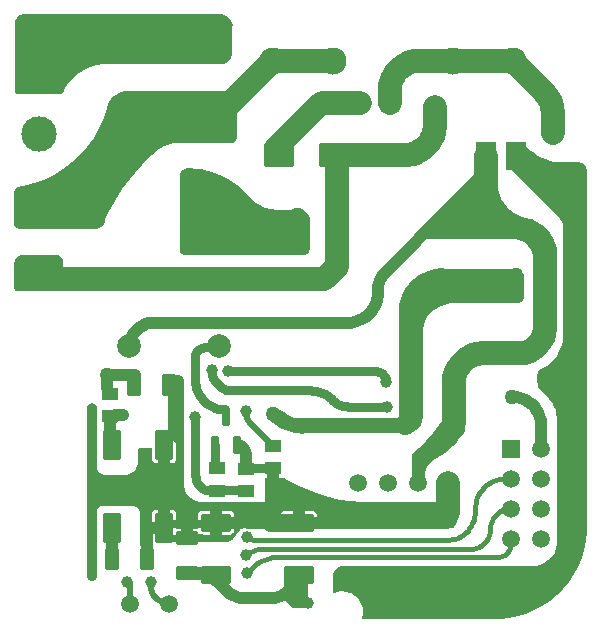
<source format=gtl>
G04 Layer_Physical_Order=1*
G04 Layer_Color=255*
%FSLAX25Y25*%
%MOIN*%
G70*
G01*
G75*
%ADD10C,0.01575*%
%ADD11C,0.03150*%
%ADD12C,0.01968*%
%ADD13C,0.03937*%
%ADD14C,0.05905*%
%ADD15C,0.07874*%
%ADD16C,0.11811*%
%ADD17C,0.05905*%
G04:AMPARAMS|DCode=18|XSize=23.62mil|YSize=57.09mil|CornerRadius=1.18mil|HoleSize=0mil|Usage=FLASHONLY|Rotation=180.000|XOffset=0mil|YOffset=0mil|HoleType=Round|Shape=RoundedRectangle|*
%AMROUNDEDRECTD18*
21,1,0.02362,0.05472,0,0,180.0*
21,1,0.02126,0.05709,0,0,180.0*
1,1,0.00236,-0.01063,0.02736*
1,1,0.00236,0.01063,0.02736*
1,1,0.00236,0.01063,-0.02736*
1,1,0.00236,-0.01063,-0.02736*
%
%ADD18ROUNDEDRECTD18*%
G04:AMPARAMS|DCode=19|XSize=98.42mil|YSize=59.05mil|CornerRadius=2.95mil|HoleSize=0mil|Usage=FLASHONLY|Rotation=180.000|XOffset=0mil|YOffset=0mil|HoleType=Round|Shape=RoundedRectangle|*
%AMROUNDEDRECTD19*
21,1,0.09842,0.05315,0,0,180.0*
21,1,0.09252,0.05905,0,0,180.0*
1,1,0.00591,-0.04626,0.02657*
1,1,0.00591,0.04626,0.02657*
1,1,0.00591,0.04626,-0.02657*
1,1,0.00591,-0.04626,-0.02657*
%
%ADD19ROUNDEDRECTD19*%
G04:AMPARAMS|DCode=20|XSize=98.42mil|YSize=59.05mil|CornerRadius=2.95mil|HoleSize=0mil|Usage=FLASHONLY|Rotation=90.000|XOffset=0mil|YOffset=0mil|HoleType=Round|Shape=RoundedRectangle|*
%AMROUNDEDRECTD20*
21,1,0.09842,0.05315,0,0,90.0*
21,1,0.09252,0.05905,0,0,90.0*
1,1,0.00591,0.02657,0.04626*
1,1,0.00591,0.02657,-0.04626*
1,1,0.00591,-0.02657,-0.04626*
1,1,0.00591,-0.02657,0.04626*
%
%ADD20ROUNDEDRECTD20*%
G04:AMPARAMS|DCode=21|XSize=39.37mil|YSize=55.91mil|CornerRadius=1.97mil|HoleSize=0mil|Usage=FLASHONLY|Rotation=270.000|XOffset=0mil|YOffset=0mil|HoleType=Round|Shape=RoundedRectangle|*
%AMROUNDEDRECTD21*
21,1,0.03937,0.05197,0,0,270.0*
21,1,0.03543,0.05591,0,0,270.0*
1,1,0.00394,-0.02598,-0.01772*
1,1,0.00394,-0.02598,0.01772*
1,1,0.00394,0.02598,0.01772*
1,1,0.00394,0.02598,-0.01772*
%
%ADD21ROUNDEDRECTD21*%
G04:AMPARAMS|DCode=22|XSize=45.67mil|YSize=71.65mil|CornerRadius=2.28mil|HoleSize=0mil|Usage=FLASHONLY|Rotation=0.000|XOffset=0mil|YOffset=0mil|HoleType=Round|Shape=RoundedRectangle|*
%AMROUNDEDRECTD22*
21,1,0.04567,0.06709,0,0,0.0*
21,1,0.04110,0.07165,0,0,0.0*
1,1,0.00457,0.02055,-0.03354*
1,1,0.00457,-0.02055,-0.03354*
1,1,0.00457,-0.02055,0.03354*
1,1,0.00457,0.02055,0.03354*
%
%ADD22ROUNDEDRECTD22*%
G04:AMPARAMS|DCode=23|XSize=45.67mil|YSize=71.65mil|CornerRadius=2.28mil|HoleSize=0mil|Usage=FLASHONLY|Rotation=90.000|XOffset=0mil|YOffset=0mil|HoleType=Round|Shape=RoundedRectangle|*
%AMROUNDEDRECTD23*
21,1,0.04567,0.06709,0,0,90.0*
21,1,0.04110,0.07165,0,0,90.0*
1,1,0.00457,0.03354,0.02055*
1,1,0.00457,0.03354,-0.02055*
1,1,0.00457,-0.03354,-0.02055*
1,1,0.00457,-0.03354,0.02055*
%
%ADD23ROUNDEDRECTD23*%
%ADD24C,0.01000*%
%ADD25R,0.04035X0.02657*%
%ADD26R,0.04282X0.03139*%
%ADD27R,0.05905X0.05905*%
%ADD28R,0.05905X0.05905*%
%ADD29C,0.05937*%
G04:AMPARAMS|DCode=30|XSize=59.37mil|YSize=59.37mil|CornerRadius=2.97mil|HoleSize=0mil|Usage=FLASHONLY|Rotation=180.000|XOffset=0mil|YOffset=0mil|HoleType=Round|Shape=RoundedRectangle|*
%AMROUNDEDRECTD30*
21,1,0.05937,0.05343,0,0,180.0*
21,1,0.05343,0.05937,0,0,180.0*
1,1,0.00594,-0.02672,0.02672*
1,1,0.00594,0.02672,0.02672*
1,1,0.00594,0.02672,-0.02672*
1,1,0.00594,-0.02672,-0.02672*
%
%ADD30ROUNDEDRECTD30*%
%ADD31C,0.07087*%
%ADD32C,0.09055*%
G04:AMPARAMS|DCode=33|XSize=66.93mil|YSize=90.55mil|CornerRadius=1.67mil|HoleSize=0mil|Usage=FLASHONLY|Rotation=180.000|XOffset=0mil|YOffset=0mil|HoleType=Round|Shape=RoundedRectangle|*
%AMROUNDEDRECTD33*
21,1,0.06693,0.08721,0,0,180.0*
21,1,0.06358,0.09055,0,0,180.0*
1,1,0.00335,-0.03179,0.04360*
1,1,0.00335,0.03179,0.04360*
1,1,0.00335,0.03179,-0.04360*
1,1,0.00335,-0.03179,-0.04360*
%
%ADD33ROUNDEDRECTD33*%
G04:AMPARAMS|DCode=34|XSize=98.42mil|YSize=78.74mil|CornerRadius=1.97mil|HoleSize=0mil|Usage=FLASHONLY|Rotation=180.000|XOffset=0mil|YOffset=0mil|HoleType=Round|Shape=RoundedRectangle|*
%AMROUNDEDRECTD34*
21,1,0.09842,0.07480,0,0,180.0*
21,1,0.09449,0.07874,0,0,180.0*
1,1,0.00394,-0.04724,0.03740*
1,1,0.00394,0.04724,0.03740*
1,1,0.00394,0.04724,-0.03740*
1,1,0.00394,-0.04724,-0.03740*
%
%ADD34ROUNDEDRECTD34*%
%ADD35C,0.07874*%
%ADD36C,0.02362*%
%ADD37C,0.03937*%
%ADD38C,0.05000*%
%ADD39C,0.03150*%
G36*
X178347Y210728D02*
X178758D01*
X179517Y210414D01*
X180099Y209832D01*
X180413Y209072D01*
X180413Y208661D01*
X180413D01*
X180413Y187180D01*
X180413D01*
X180413Y174114D01*
X180441Y173545D01*
X180663Y172428D01*
X181099Y171377D01*
X181731Y170430D01*
X182536Y169625D01*
X183483Y168992D01*
X184535Y168557D01*
X185651Y168335D01*
X186221Y168307D01*
X207382Y168307D01*
Y176392D01*
X213681D01*
X215240Y175437D01*
X218453Y173696D01*
X221782Y172186D01*
X225210Y170916D01*
X228719Y169892D01*
X232291Y169119D01*
X235910Y168601D01*
X239556Y168340D01*
X241383Y168307D01*
X265256Y168307D01*
X265322Y170348D01*
X265655Y170612D01*
X267327D01*
Y174606D01*
X269327D01*
Y170612D01*
X270858D01*
X271358Y170274D01*
X271358Y162401D01*
X271358Y162110D01*
X271245Y161540D01*
X271023Y161002D01*
X270699Y160518D01*
X270288Y160107D01*
X269804Y159783D01*
X269266Y159561D01*
X268889Y159487D01*
X268406Y159449D01*
X268404Y159449D01*
Y159449D01*
X268404Y159449D01*
X224451Y159449D01*
Y159449D01*
X218504D01*
X212557D01*
Y159449D01*
X201246Y159449D01*
X200936Y159507D01*
X200306Y159530D01*
X199684Y159429D01*
X199233Y159260D01*
X199095Y159208D01*
X198825Y159058D01*
X198825Y159058D01*
X198825Y159058D01*
X198819Y159055D01*
X198819Y159055D01*
X198819Y159055D01*
X196638Y155988D01*
X196361Y155711D01*
X195709Y155275D01*
X194985Y154975D01*
X194216Y154822D01*
X193824Y154823D01*
X185955D01*
Y157140D01*
X186319Y157439D01*
X188976D01*
Y161417D01*
Y165395D01*
X186319D01*
X185813Y165295D01*
X185385Y165009D01*
X185099Y164580D01*
X184998Y164075D01*
Y159702D01*
X184702Y159459D01*
X183317D01*
Y157283D01*
X184385D01*
Y154823D01*
X184316D01*
X172539Y154823D01*
Y157283D01*
X179379Y157283D01*
Y159459D01*
X177994D01*
X177987Y159458D01*
X177689Y159702D01*
X173622Y159702D01*
Y157776D01*
X169644D01*
Y155118D01*
X169699Y154840D01*
X169685Y154823D01*
X169685D01*
Y153770D01*
X165908D01*
X165551Y154063D01*
X165551Y164649D01*
X165508Y165094D01*
X165167Y165916D01*
X164538Y166545D01*
X163732Y166878D01*
X163716Y166885D01*
X163300Y166926D01*
X163300Y166926D01*
X163299Y166926D01*
X163271Y166929D01*
X163271Y166929D01*
X163271Y166929D01*
X152929Y166929D01*
X152619Y166899D01*
X152045Y166661D01*
X151606Y166222D01*
X151431Y165799D01*
X151368Y165648D01*
X151338Y165338D01*
X151338Y165338D01*
X151338D01*
X151338Y165338D01*
X151338Y164843D01*
X151338Y143701D01*
X151338Y143363D01*
X151080Y142740D01*
X150603Y142262D01*
X149979Y142004D01*
X149304Y142004D01*
X148681Y142262D01*
X148204Y142739D01*
X147946Y143363D01*
X147946Y143701D01*
X147946Y200098D01*
X148050Y200350D01*
X148396Y200771D01*
X148848Y201074D01*
X149370Y201232D01*
X149914Y201232D01*
X150435Y201074D01*
X150888Y200771D01*
X151108Y200503D01*
X151338Y200098D01*
X151338Y200098D01*
X151338D01*
X151338Y200098D01*
X151338Y179872D01*
X151384Y179400D01*
X151743Y178528D01*
X152408Y177858D01*
X153278Y177493D01*
X153749Y177443D01*
X153749Y177443D01*
X160889Y177391D01*
X161277Y177408D01*
X162040Y177554D01*
X162760Y177848D01*
X163408Y178276D01*
X163959Y178823D01*
X164392Y179468D01*
X164691Y180185D01*
X164843Y180947D01*
X164862Y181336D01*
X164862Y181336D01*
X164862Y185630D01*
X164862Y185767D01*
X164967Y186020D01*
X165161Y186214D01*
X165414Y186319D01*
X165551Y186319D01*
X165551Y186319D01*
X169644Y186319D01*
Y182677D01*
X169744Y182172D01*
X170031Y181743D01*
X170459Y181457D01*
X170965Y181357D01*
X171653D01*
Y187303D01*
X175591D01*
Y181357D01*
X176279D01*
X176785Y181457D01*
X177213Y181743D01*
X177500Y182172D01*
X177600Y182677D01*
Y188096D01*
X177230Y188270D01*
X176813Y188512D01*
X176742Y188983D01*
X176457Y189891D01*
X175991Y190720D01*
X175365Y191437D01*
X175000Y191743D01*
X175000Y191743D01*
X175000Y210728D01*
X178347Y210728D01*
D02*
G37*
G36*
X293504Y236910D02*
Y236440D01*
X293144Y235571D01*
X292480Y234907D01*
X291612Y234547D01*
X269843D01*
X268862Y234499D01*
X266940Y234117D01*
X265128Y233366D01*
X263499Y232277D01*
X262112Y230891D01*
X261023Y229261D01*
X260273Y227450D01*
X259891Y225527D01*
X259842Y224547D01*
Y197047D01*
Y196437D01*
X259604Y195238D01*
X259137Y194110D01*
X258458Y193095D01*
X257594Y192231D01*
X256579Y191552D01*
X255450Y191085D01*
X254252Y190847D01*
X253642D01*
X253740Y190945D01*
Y191941D01*
X252658Y191142D01*
X220669D01*
X219891Y191106D01*
X218334Y191189D01*
X216793Y191423D01*
X215282Y191808D01*
X213817Y192338D01*
X212410Y193010D01*
X211076Y193817D01*
X209827Y194750D01*
X209252Y195276D01*
X209252Y195276D01*
X207776Y196752D01*
X210827Y199803D01*
X210864Y199802D01*
X210938Y199800D01*
X211011D01*
X211085Y199802D01*
X211122Y199803D01*
X211212Y199807D01*
X211389Y199780D01*
X211558Y199720D01*
X211711Y199627D01*
X211777Y199567D01*
X211777D01*
X212351Y199068D01*
X213564Y198153D01*
X214857Y197353D01*
X216217Y196676D01*
X217635Y196128D01*
X219097Y195712D01*
X220590Y195433D01*
X222104Y195293D01*
X222864Y195276D01*
X247588D01*
X248014Y195291D01*
X248856Y195410D01*
X249673Y195646D01*
X250449Y195994D01*
X251169Y196448D01*
X251818Y196999D01*
X252384Y197634D01*
X252854Y198343D01*
X253051Y198720D01*
X253051Y198720D01*
X253740Y198031D01*
Y236713D01*
X261221Y244193D01*
X293504D01*
Y236910D01*
D02*
G37*
G36*
X274016Y192126D02*
X274015Y192126D01*
X273507Y191356D01*
X272398Y189879D01*
X271204Y188471D01*
X269927Y187137D01*
X268573Y185882D01*
X267145Y184711D01*
X265651Y183627D01*
X264094Y182634D01*
X263287Y182185D01*
Y182185D01*
X262932Y181917D01*
X262279Y181311D01*
X261714Y180624D01*
X261246Y179866D01*
X260885Y179053D01*
X260636Y178198D01*
X260504Y177318D01*
X260492Y176428D01*
X260531Y175984D01*
X256299Y176191D01*
Y183443D01*
X256299Y183696D01*
X256413Y184190D01*
X256636Y184645D01*
X256956Y185038D01*
X257155Y185193D01*
X257155Y185193D01*
X258492Y186283D01*
X261006Y188643D01*
X263290Y191227D01*
X265323Y194012D01*
X266240Y195472D01*
X274114Y195768D01*
X274016Y192126D01*
D02*
G37*
G36*
X221457Y132972D02*
X216732D01*
X213583Y136122D01*
Y142224D01*
X221457Y142224D01*
Y132972D01*
D02*
G37*
G36*
X294291Y286811D02*
X294832Y286320D01*
X295962Y285396D01*
X297153Y284552D01*
X298399Y283791D01*
X299695Y283119D01*
X301033Y282537D01*
X302409Y282048D01*
X303815Y281656D01*
X304089Y281594D01*
X311614D01*
X311900Y281577D01*
X312455Y281439D01*
X312976Y281204D01*
X313447Y280879D01*
X313851Y280474D01*
X314177Y280004D01*
X314412Y279482D01*
X314549Y278927D01*
X314551Y278887D01*
X314551Y159842D01*
X314551Y158344D01*
X314258Y155362D01*
X313673Y152423D01*
X312803Y149556D01*
X311656Y146788D01*
X310244Y144145D01*
X308579Y141654D01*
X306679Y139338D01*
X304560Y137219D01*
X302243Y135318D01*
X299752Y133653D01*
X297110Y132241D01*
X294341Y131094D01*
X291474Y130224D01*
X288535Y129640D01*
X285553Y129346D01*
X284055D01*
X240057Y129357D01*
X239745Y129748D01*
X239946Y130631D01*
X239949Y130732D01*
X239966Y130832D01*
X239922Y132403D01*
X239899Y132501D01*
X239891Y132601D01*
X239458Y134113D01*
X239412Y134202D01*
X239379Y134298D01*
X238584Y135653D01*
X238517Y135729D01*
X238462Y135813D01*
X237355Y136929D01*
X237271Y136985D01*
X237196Y137053D01*
X235847Y137858D01*
X235752Y137892D01*
X235663Y137939D01*
X234155Y138384D01*
X234080Y138391D01*
X234007Y138413D01*
X233223Y138491D01*
X233181Y138487D01*
X233138Y138495D01*
X232593Y138491D01*
X232542Y138480D01*
X232490Y138484D01*
X231410Y138336D01*
X231345Y138313D01*
X231276Y138306D01*
X230421Y138034D01*
X229995Y138273D01*
X229923Y138361D01*
X229921Y138364D01*
X229921Y143757D01*
X230058Y144443D01*
X230325Y145089D01*
X230714Y145671D01*
X231208Y146165D01*
X231790Y146554D01*
X232436Y146821D01*
X233122Y146958D01*
X233471Y146958D01*
Y146958D01*
X296469Y146958D01*
X297283Y146998D01*
X298881Y147316D01*
X300386Y147940D01*
X301740Y148845D01*
X302891Y149997D01*
X303796Y151352D01*
X304419Y152857D01*
X304736Y154455D01*
X304775Y155270D01*
X304775Y155270D01*
X304762Y194998D01*
X304749Y195558D01*
X304645Y196673D01*
X304438Y197774D01*
X304128Y198850D01*
X303720Y199893D01*
X303216Y200893D01*
X302621Y201842D01*
X301940Y202732D01*
X301569Y203152D01*
X301569Y203152D01*
X299103Y205818D01*
X298840Y206102D01*
X298428Y206759D01*
X298145Y207480D01*
X298001Y208241D01*
X298001Y208628D01*
X297999Y210579D01*
X297998Y210876D01*
X298145Y211451D01*
X298428Y211972D01*
X298832Y212407D01*
X299081Y212567D01*
Y212567D01*
X299810Y212913D01*
X301198Y213736D01*
X302472Y214725D01*
X303613Y215865D01*
X304603Y217139D01*
X305428Y218525D01*
X306074Y220004D01*
X306530Y221551D01*
X306686Y222342D01*
X306686Y222342D01*
X306686Y259670D01*
X306667Y260060D01*
X306519Y260826D01*
X306227Y261550D01*
X305803Y262206D01*
X305546Y262500D01*
X305546Y262500D01*
X305546Y262500D01*
X292003Y276598D01*
X288386Y280020D01*
X289370Y286811D01*
X294291Y286811D01*
D02*
G37*
G36*
X192526Y330807D02*
X192913D01*
X193672Y330656D01*
X194387Y330359D01*
X195030Y329927D01*
X195577Y329379D01*
X196005Y328734D01*
X196299Y328018D01*
X196447Y327258D01*
X196446Y326871D01*
X196446Y326871D01*
X196442Y325811D01*
X196436Y323690D01*
X196434Y321570D01*
X196434Y319449D01*
X196436Y318389D01*
X196437Y317984D01*
X196280Y317189D01*
X195971Y316439D01*
X195521Y315765D01*
X194949Y315191D01*
X194275Y314740D01*
X193526Y314430D01*
X192731Y314271D01*
X192326Y314272D01*
X192326D01*
X154331Y314272D01*
X153242Y314218D01*
X151087Y313891D01*
X148996Y313277D01*
X147006Y312388D01*
X145154Y311239D01*
X143474Y309851D01*
X141995Y308250D01*
X140746Y306464D01*
X140214Y305512D01*
Y305512D01*
X140214Y305512D01*
X140214Y305265D01*
X140024Y304807D01*
X139674Y304457D01*
X139217Y304267D01*
X138969Y304267D01*
X125032Y304267D01*
X124821Y304267D01*
X124433Y304428D01*
X124135Y304726D01*
X123974Y305115D01*
X123974Y305325D01*
X123974Y315256D01*
X123974D01*
X123974Y315537D01*
X124000Y315600D01*
X124000Y328035D01*
Y328308D01*
X124106Y328844D01*
X124315Y329348D01*
X124619Y329802D01*
X125005Y330188D01*
X125459Y330492D01*
X125963Y330701D01*
X126499Y330807D01*
X126772Y330807D01*
X126772Y330807D01*
X192526Y330807D01*
D02*
G37*
G36*
X161799Y305413D02*
X195472Y305413D01*
X195472Y305413D01*
X195724Y305413D01*
X196219Y305315D01*
X196685Y305122D01*
X197104Y304842D01*
X197460Y304486D01*
X197740Y304066D01*
X197933Y303601D01*
X198031Y303106D01*
X198031Y302854D01*
X198031Y290158D01*
X198031Y290157D01*
X198031Y289746D01*
X197717Y288987D01*
X197135Y288405D01*
X196376Y288090D01*
X195965Y288090D01*
X180511Y288090D01*
X180511Y288090D01*
X179712Y288130D01*
X178113Y288072D01*
X176532Y287832D01*
X174988Y287412D01*
X173502Y286820D01*
X172093Y286061D01*
X170781Y285146D01*
X169581Y284088D01*
X169029Y283509D01*
X163918Y277836D01*
X163918Y277836D01*
X162437Y276127D01*
X159680Y272544D01*
X157210Y268758D01*
X155041Y264791D01*
X154073Y262747D01*
X154073Y262747D01*
X154046Y262394D01*
X153861Y261709D01*
X153553Y261071D01*
X153132Y260501D01*
X152611Y260019D01*
X152011Y259642D01*
X151351Y259384D01*
X150654Y259252D01*
X150300Y259252D01*
X125689Y259252D01*
X125689D01*
X125297Y259252D01*
X124574Y259552D01*
X124020Y260105D01*
X123720Y260829D01*
X123720Y261221D01*
X123720Y271631D01*
Y271631D01*
X123720Y271901D01*
X123866Y272420D01*
X124146Y272881D01*
X124540Y273250D01*
X124779Y273374D01*
X124779Y273374D01*
X126587Y273681D01*
X130144Y274566D01*
X133593Y275804D01*
X136901Y277383D01*
X140033Y279286D01*
X142958Y281495D01*
X145646Y283987D01*
X148069Y286737D01*
X150204Y289717D01*
X152027Y292896D01*
X153522Y296242D01*
X154673Y299722D01*
X155115Y301501D01*
X155115Y301501D01*
X155364Y301944D01*
X155974Y302757D01*
X156686Y303482D01*
X157488Y304107D01*
X158365Y304620D01*
X159302Y305013D01*
X160283Y305279D01*
X161291Y305413D01*
X161799Y305413D01*
D02*
G37*
G36*
X182056Y279635D02*
X184804Y279339D01*
X184804Y279338D01*
X186004Y279209D01*
X188370Y278726D01*
X190680Y278023D01*
X192914Y277105D01*
X195051Y275982D01*
X197074Y274663D01*
X198963Y273159D01*
X200703Y271485D01*
X201490Y270569D01*
X202203Y269810D01*
X203780Y268450D01*
X205531Y267325D01*
X207422Y266455D01*
X209417Y265859D01*
X211475Y265548D01*
X213557Y265528D01*
X215621Y265800D01*
X216634Y266043D01*
X216634Y266043D01*
X217092Y266205D01*
X218057Y266312D01*
X219022Y266196D01*
X219935Y265864D01*
X220748Y265334D01*
X221420Y264633D01*
X221915Y263797D01*
X222207Y262870D01*
X222244Y262386D01*
X222244Y252953D01*
X222244Y252953D01*
Y252502D01*
X221899Y251670D01*
X221263Y251034D01*
X220430Y250689D01*
X180332D01*
X179637Y250977D01*
X179105Y251509D01*
X178817Y252204D01*
X178817Y252580D01*
Y276727D01*
X178817Y277034D01*
X178946Y277637D01*
X179196Y278199D01*
X179559Y278697D01*
X180017Y279109D01*
X180551Y279416D01*
X181137Y279605D01*
X181750Y279668D01*
X182056Y279635D01*
D02*
G37*
G36*
X126378Y250591D02*
X137795Y250590D01*
X137795Y250590D01*
X138237Y250590D01*
X139052Y250253D01*
X139676Y249629D01*
X140014Y248813D01*
X140014Y248372D01*
X140014Y238583D01*
X125000Y238583D01*
X125000Y238583D01*
X124756D01*
X124305Y238769D01*
X123960Y239114D01*
X123774Y239565D01*
Y239809D01*
X123774Y247986D01*
Y247986D01*
X123774Y248243D01*
X123874Y248746D01*
X124070Y249220D01*
X124355Y249646D01*
X124718Y250009D01*
X125144Y250294D01*
X125618Y250491D01*
X126122Y250591D01*
X126378Y250591D01*
D02*
G37*
G36*
X284842Y276188D02*
X284775Y275400D01*
X284794Y273819D01*
X285020Y272254D01*
X285448Y270731D01*
X286071Y269278D01*
X286878Y267918D01*
X287856Y266676D01*
X288988Y265571D01*
X290254Y264624D01*
X291633Y263851D01*
X293101Y263263D01*
X294634Y262873D01*
X295416Y262754D01*
X296334Y262521D01*
X298076Y261776D01*
X299682Y260770D01*
X301111Y259526D01*
X302330Y258076D01*
X303309Y256453D01*
X304023Y254699D01*
X304457Y252854D01*
X304527Y251909D01*
X304527Y251909D01*
X304528Y250098D01*
Y250040D01*
X304483Y249931D01*
X304399Y249848D01*
X304291Y249803D01*
X304232D01*
X296654Y249803D01*
X296599Y250424D01*
X296309Y251635D01*
X295788Y252767D01*
X295057Y253775D01*
X294142Y254621D01*
X293081Y255272D01*
X291913Y255704D01*
X290683Y255899D01*
X290059Y255906D01*
X290059Y255906D01*
X256791D01*
X264764Y265158D01*
X277461Y277854D01*
X284842D01*
X284842Y276188D01*
D02*
G37*
%LPC*%
G36*
X171653Y165691D02*
X170965D01*
X170459Y165590D01*
X170031Y165304D01*
X169744Y164875D01*
X169644Y164370D01*
Y161713D01*
X171653D01*
Y165691D01*
D02*
G37*
G36*
X196891Y159449D02*
X192913D01*
Y157439D01*
X195571D01*
X196076Y157540D01*
X196505Y157826D01*
X196791Y158255D01*
X196891Y158760D01*
Y159449D01*
D02*
G37*
G36*
X195571Y165395D02*
X192913D01*
Y163386D01*
X196891D01*
Y164075D01*
X196791Y164580D01*
X196505Y165009D01*
X196076Y165295D01*
X195571Y165395D01*
D02*
G37*
G36*
X223130D02*
X220472D01*
Y163386D01*
X224451D01*
Y164075D01*
X224350Y164580D01*
X224064Y165009D01*
X223635Y165295D01*
X223130Y165395D01*
D02*
G37*
G36*
X176279Y165691D02*
X175591D01*
Y162163D01*
X177600D01*
Y164370D01*
X177500Y164875D01*
X177213Y165304D01*
X176785Y165590D01*
X176279Y165691D01*
D02*
G37*
G36*
X216535Y165395D02*
X213878D01*
X213373Y165295D01*
X212944Y165009D01*
X212658Y164580D01*
X212557Y164075D01*
Y163386D01*
X216535D01*
Y165395D01*
D02*
G37*
%LPD*%
D10*
X210737Y149902D02*
X209756Y149853D01*
X208786Y149709D01*
X207834Y149471D01*
X206910Y149140D01*
X206023Y148721D01*
X205181Y148216D01*
X204393Y147632D01*
X203666Y146973D01*
X284252Y149902D02*
X284288Y149902D01*
X201138Y156504D02*
X202128Y155842D01*
X203295Y155610D01*
X267717D02*
X268714Y155663D01*
X269702Y155819D01*
X270667Y156078D01*
X271600Y156436D01*
X272490Y156889D01*
X273328Y157434D01*
X274105Y158063D01*
X274812Y158769D01*
X275440Y159546D01*
X275985Y160384D01*
X276438Y161274D01*
X276797Y162207D01*
X277055Y163172D01*
X277211Y164160D01*
X277264Y165157D01*
X287264Y176083D02*
X286284Y176034D01*
X285313Y175891D01*
X284361Y175652D01*
X283437Y175321D01*
X282550Y174902D01*
X281708Y174397D01*
X280920Y173813D01*
X280193Y173154D01*
X279534Y172427D01*
X278949Y171638D01*
X278445Y170797D01*
X278025Y169910D01*
X277694Y168985D01*
X277456Y168034D01*
X277312Y167063D01*
X277264Y166083D01*
X205952Y152631D02*
X204999Y152569D01*
X204062Y152383D01*
X203157Y152076D01*
X202300Y151653D01*
X201506Y151122D01*
X200787Y150492D01*
X275663Y152631D02*
X276690Y152712D01*
X277692Y152953D01*
X278643Y153347D01*
X279522Y153885D01*
X280305Y154554D01*
X280974Y155338D01*
X281512Y156216D01*
X281906Y157167D01*
X282147Y158169D01*
X282228Y159196D01*
X284288Y149902D02*
X285301Y150008D01*
X286273Y150309D01*
X287169Y150793D01*
X287953Y151442D01*
X288597Y152231D01*
X289075Y153130D01*
X289369Y154105D01*
X289469Y155118D01*
X289173Y166142D02*
X288185Y166071D01*
X287216Y165860D01*
X286288Y165514D01*
X285418Y165039D01*
X284625Y164445D01*
X283924Y163744D01*
X283330Y162951D01*
X282855Y162081D01*
X282509Y161153D01*
X282298Y160185D01*
X282228Y159196D01*
X201181Y144488D02*
X203666Y146973D01*
X210737Y149902D02*
X284252D01*
X203295Y155610D02*
X267717D01*
X277264Y165157D02*
Y166083D01*
X287264Y176083D02*
X288779D01*
X205952Y152631D02*
X275663D01*
D11*
X184055Y177165D02*
X184153Y176167D01*
X184445Y175207D01*
X184918Y174322D01*
X185554Y173546D01*
X186330Y172910D01*
X187215Y172437D01*
X188175Y172146D01*
X189173Y172047D01*
X183957Y209055D02*
X184011Y208026D01*
X184172Y207009D01*
X184438Y206014D01*
X184808Y205052D01*
X185275Y204134D01*
X185836Y203270D01*
X186485Y202469D01*
X187213Y201741D01*
X188014Y201092D01*
X188878Y200531D01*
X189796Y200063D01*
X190758Y199694D01*
X191753Y199428D01*
X192770Y199267D01*
X193799Y199213D01*
X187114Y219890D02*
X186138Y219735D01*
X185258Y219287D01*
X184560Y218588D01*
X184111Y217708D01*
X183957Y216732D01*
X229504Y202583D02*
X228777Y203242D01*
X227988Y203826D01*
X227147Y204331D01*
X226259Y204751D01*
X225336Y205081D01*
X224384Y205320D01*
X223413Y205464D01*
X222433Y205512D01*
X229724Y202362D02*
X230485Y201696D01*
X231325Y201134D01*
X232232Y200687D01*
X233189Y200362D01*
X234181Y200165D01*
X235190Y200098D01*
X189469Y212402D02*
X189539Y211421D01*
X189748Y210460D01*
X190091Y209540D01*
X190562Y208677D01*
X191151Y207890D01*
X191846Y207195D01*
X192633Y206606D01*
X193496Y206134D01*
X194417Y205791D01*
X195378Y205582D01*
X196358Y205512D01*
X247638Y208465D02*
X247474Y209499D01*
X246999Y210432D01*
X246258Y211172D01*
X245325Y211647D01*
X244291Y211811D01*
X184055Y177165D02*
Y196555D01*
X192131Y172295D02*
X200886D01*
Y179500D02*
X210067D01*
X190453Y181130D02*
Y187402D01*
X183957Y209055D02*
Y216732D01*
X187114Y219890D02*
X192000D01*
X229504Y202583D02*
X229724Y202362D01*
X196358Y205512D02*
X222433D01*
X235190Y200098D02*
X248031D01*
X195177Y211811D02*
X244291D01*
D12*
X191779Y172441D02*
X192131Y172295D01*
X200796Y198220D02*
X200939Y197260D01*
X201254Y196341D01*
X201730Y195495D01*
X202351Y194749D01*
X188976Y144095D02*
X188187Y144742D01*
X187287Y145223D01*
X186310Y145520D01*
X185294Y145620D01*
X217149Y140555D02*
X217577Y139560D01*
X218110Y138618D01*
X218741Y137739D01*
X219464Y136933D01*
X200787Y198524D02*
X200796Y198220D01*
X190453Y181130D02*
X190841Y180192D01*
X191779Y179803D01*
X162205Y140847D02*
X161319Y141732D01*
X169193Y140453D02*
X169284Y139410D01*
X169555Y138399D01*
X169997Y137451D01*
X170598Y136593D01*
X171338Y135854D01*
X172195Y135253D01*
X173143Y134811D01*
X174154Y134540D01*
X175197Y134449D01*
X202351Y194749D02*
X210400Y186700D01*
X215744Y139149D02*
X217149Y140555D01*
X219464Y136933D02*
X221654Y134744D01*
X200886Y179500D02*
Y179657D01*
X195079Y212106D02*
X195177D01*
X193504Y198524D02*
X194291D01*
X161319Y141732D02*
Y141732D01*
X162205Y134350D02*
Y140847D01*
X169193Y140453D02*
Y141634D01*
D13*
X154528Y207337D02*
X154671Y206248D01*
X155091Y205234D01*
X155760Y204362D01*
X299370Y193543D02*
X299322Y194514D01*
X299180Y195475D01*
X298944Y196418D01*
X298616Y197333D01*
X298201Y198211D01*
X297701Y199044D01*
X297123Y199825D01*
X296470Y200545D01*
X295750Y201197D01*
X294970Y201776D01*
X294136Y202276D01*
X293258Y202691D01*
X292343Y203018D01*
X291400Y203255D01*
X290439Y203397D01*
X289469Y203445D01*
X265941Y244000D02*
X264950Y243959D01*
X263965Y243836D01*
X262994Y243633D01*
X262043Y243350D01*
X261119Y242989D01*
X260228Y242553D01*
X259375Y242045D01*
X258568Y241469D01*
X257811Y240828D01*
X257109Y240126D01*
X256468Y239369D01*
X255892Y238562D01*
X255384Y237709D01*
X254948Y236818D01*
X254587Y235894D01*
X254304Y234943D01*
X254101Y233972D01*
X253978Y232987D01*
X253937Y231996D01*
X193921Y139149D02*
X194649Y138490D01*
X195437Y137906D01*
X196279Y137401D01*
X197166Y136982D01*
X198090Y136651D01*
X199042Y136413D01*
X200012Y136269D01*
X200992Y136221D01*
X208673D02*
X209653Y136269D01*
X210624Y136413D01*
X211576Y136651D01*
X212499Y136982D01*
X213387Y137401D01*
X214228Y137906D01*
X215017Y138490D01*
X215744Y139149D01*
X263829Y188435D02*
X264829Y188514D01*
X265806Y188748D01*
X266733Y189132D01*
X267589Y189657D01*
X268353Y190309D01*
X269005Y191072D01*
X269529Y191928D01*
X269913Y192856D01*
X270148Y193832D01*
X270226Y194833D01*
X170240Y228051D02*
X169256Y227992D01*
X168287Y227814D01*
X167346Y227521D01*
X166447Y227116D01*
X165604Y226606D01*
X164828Y225999D01*
X164131Y225302D01*
X163523Y224526D01*
X163014Y223683D01*
X162609Y222784D01*
X162316Y221843D01*
X162138Y220873D01*
X162079Y219890D01*
X234882Y228051D02*
X235862Y228099D01*
X236833Y228243D01*
X237785Y228482D01*
X238709Y228812D01*
X239596Y229232D01*
X240438Y229736D01*
X241226Y230321D01*
X241953Y230980D01*
X242612Y231707D01*
X243197Y232495D01*
X243701Y233337D01*
X244121Y234224D01*
X244451Y235148D01*
X244690Y236100D01*
X244834Y237071D01*
X244882Y238051D01*
X247811Y245449D02*
X247152Y244722D01*
X246567Y243933D01*
X246063Y243092D01*
X245643Y242204D01*
X245312Y241280D01*
X245074Y240329D01*
X244930Y239358D01*
X244882Y238378D01*
X275504Y269000D02*
X274524Y268952D01*
X273553Y268808D01*
X272602Y268569D01*
X271677Y268239D01*
X270790Y267819D01*
X269949Y267315D01*
X269160Y266730D01*
X268433Y266071D01*
X281000Y283500D02*
X280333Y282687D01*
X279837Y281760D01*
X279532Y280754D01*
X279429Y279708D01*
X200886Y183444D02*
X200789Y184427D01*
X200502Y185373D01*
X200036Y186244D01*
X199409Y187008D01*
X155610Y195325D02*
X157431Y197146D01*
X154528Y207337D02*
Y210728D01*
X163976D01*
X253937Y192913D02*
Y231996D01*
X289469Y203445D02*
X290551D01*
X299370Y185984D02*
Y193543D01*
X265941Y244000D02*
X291000D01*
X188976Y144095D02*
X193921Y139149D01*
X200992Y136221D02*
X208673D01*
X180561Y144340D02*
X185590D01*
X157431Y197146D02*
X159941D01*
X167864Y150050D02*
Y160384D01*
X167717Y160236D02*
X167864Y160384D01*
X156250Y159695D02*
X156299Y159744D01*
X156250Y150050D02*
Y159695D01*
X155610Y187992D02*
Y195325D01*
Y187992D02*
X156299Y187303D01*
X258327Y174606D02*
Y182933D01*
X210067Y179500D02*
X210090Y179476D01*
X252658Y194193D02*
X253937Y192913D01*
X215748Y194193D02*
X252658D01*
X215650Y194291D02*
X215748Y194193D01*
X279429Y269000D02*
X281000D01*
X170240Y228051D02*
X234882D01*
X244882Y238051D02*
Y238378D01*
X247811Y245449D02*
X268433Y266071D01*
X275504Y269000D02*
X279429D01*
Y279708D01*
X228744Y315256D02*
X230000Y314000D01*
X181398Y275984D02*
Y276900D01*
X200886Y179657D02*
Y183444D01*
X210090Y163878D02*
Y169752D01*
Y179476D01*
D14*
X267815Y164272D02*
X268327Y164784D01*
X209154Y161417D02*
X216535D01*
D15*
X253873Y314046D02*
X253721Y313958D01*
X252859Y313384D01*
X252061Y312725D01*
X251335Y311987D01*
X250689Y311177D01*
X250131Y310305D01*
X249665Y309380D01*
X249298Y308412D01*
X249033Y307411D01*
X248872Y306388D01*
X248819Y305354D01*
X258819Y315354D02*
X257786Y315301D01*
X256764Y315141D01*
X255765Y314877D01*
X254797Y314510D01*
X253873Y314046D01*
X303256Y297779D02*
X303208Y298759D01*
X303064Y299730D01*
X302825Y300682D01*
X302495Y301606D01*
X302075Y302493D01*
X301571Y303335D01*
X300986Y304123D01*
X300327Y304850D01*
X131800Y265085D02*
X132913Y265195D01*
X133983Y265519D01*
X134970Y266046D01*
X135835Y266756D01*
X280226Y217913D02*
X279246Y217865D01*
X278275Y217721D01*
X277324Y217483D01*
X276399Y217152D01*
X275512Y216733D01*
X274671Y216228D01*
X273883Y215644D01*
X273155Y214984D01*
X272496Y214257D01*
X271912Y213469D01*
X271407Y212627D01*
X270988Y211740D01*
X270657Y210816D01*
X270419Y209864D01*
X270274Y208894D01*
X270226Y207913D01*
X292000Y217913D02*
X292963Y217968D01*
X293914Y218129D01*
X294840Y218396D01*
X295731Y218765D01*
X296575Y219232D01*
X297362Y219790D01*
X298081Y220432D01*
X298724Y221151D01*
X299282Y221938D01*
X299748Y222782D01*
X300117Y223673D01*
X300384Y224600D01*
X300546Y225551D01*
X300600Y226513D01*
X253886Y284000D02*
X254866Y284048D01*
X255837Y284192D01*
X256789Y284431D01*
X257713Y284761D01*
X258600Y285181D01*
X259441Y285685D01*
X260230Y286270D01*
X260957Y286929D01*
X261616Y287656D01*
X262200Y288444D01*
X262705Y289286D01*
X263125Y290173D01*
X263455Y291097D01*
X263694Y292049D01*
X263838Y293020D01*
X263886Y294000D01*
X192000Y298917D02*
X192866Y299031D01*
X193672Y299365D01*
X194365Y299897D01*
X194366Y299897D01*
X228744Y315256D02*
X228506Y315354D01*
X131806Y242520D02*
X226969D01*
X231201Y246752D01*
X263886Y294000D02*
Y299827D01*
X300600Y226513D02*
Y252756D01*
X268327Y164784D02*
Y174606D01*
X269823Y315354D02*
X289823D01*
X248819Y301279D02*
Y305354D01*
X258819Y315354D02*
X269823D01*
X303256Y291165D02*
Y297779D01*
X289823Y315354D02*
X300327Y304850D01*
X270226Y194833D02*
Y207913D01*
X280226Y217913D02*
X292000D01*
X281000Y269000D02*
Y283500D01*
X226279Y301279D02*
X238819D01*
X211000Y286264D02*
X225351Y300614D01*
X231201Y246752D02*
Y284000D01*
X253886D01*
X194365Y299897D02*
X194366Y299897D01*
X209823Y315354D01*
X228506D01*
D16*
X132000Y310685D02*
D03*
Y291000D02*
D03*
X131812Y265337D02*
D03*
D17*
X162205Y134350D02*
D03*
X175197Y134449D02*
D03*
X238819Y301279D02*
D03*
X289370Y175984D02*
D03*
Y165984D02*
D03*
Y155984D02*
D03*
X299370Y185984D02*
D03*
Y175984D02*
D03*
Y165984D02*
D03*
Y155984D02*
D03*
D18*
X190453Y187402D02*
D03*
X197933D02*
D03*
X194193Y196653D02*
D03*
D19*
X218504Y144095D02*
D03*
Y161417D02*
D03*
X190945D02*
D03*
Y144095D02*
D03*
D20*
X156299Y159744D02*
D03*
X173622D02*
D03*
Y187303D02*
D03*
X156299D02*
D03*
D21*
X155760Y204362D02*
D03*
Y197000D02*
D03*
X210067Y186862D02*
D03*
Y179500D02*
D03*
X200839Y179362D02*
D03*
Y172000D02*
D03*
X191386Y172114D02*
D03*
Y179476D02*
D03*
D22*
X175345Y207333D02*
D03*
X163731D02*
D03*
X167963Y149164D02*
D03*
X156349D02*
D03*
D23*
X181348Y156152D02*
D03*
Y144538D02*
D03*
D24*
X161025Y294310D02*
X161410D01*
X161900Y292936D01*
X257579Y174602D02*
Y174606D01*
D25*
X184695Y156152D02*
D03*
D26*
X185458Y161029D02*
D03*
D27*
X248819Y301279D02*
D03*
D28*
X289370Y185984D02*
D03*
D29*
X238327Y174606D02*
D03*
X248327D02*
D03*
X258327D02*
D03*
D30*
X268327D02*
D03*
D31*
X303256Y291165D02*
D03*
X263886Y299827D02*
D03*
D32*
X131800Y245400D02*
D03*
Y265085D02*
D03*
X132000Y291000D02*
D03*
Y310685D02*
D03*
X209823Y315354D02*
D03*
X229823D02*
D03*
X289823D02*
D03*
X269823D02*
D03*
D33*
X291000Y283500D02*
D03*
X281000D02*
D03*
D34*
X230213Y284000D02*
D03*
X211787D02*
D03*
D35*
X192000Y298917D02*
D03*
X162079D02*
D03*
X192000Y318602D02*
D03*
X162079D02*
D03*
Y220177D02*
D03*
X192000D02*
D03*
D36*
X149606Y198819D02*
D03*
Y194882D02*
D03*
Y190945D02*
D03*
Y187008D02*
D03*
Y143701D02*
D03*
X149681Y147638D02*
D03*
X149606Y183071D02*
D03*
Y179134D02*
D03*
Y175197D02*
D03*
Y171260D02*
D03*
Y167323D02*
D03*
Y163386D02*
D03*
Y159449D02*
D03*
Y155512D02*
D03*
Y151575D02*
D03*
X178642Y176969D02*
D03*
X170472D02*
D03*
X178642Y173000D02*
D03*
X170472D02*
D03*
X178642Y169095D02*
D03*
X170472D02*
D03*
X208760Y173721D02*
D03*
Y169752D02*
D03*
Y165847D02*
D03*
X212598Y169752D02*
D03*
Y173721D02*
D03*
X174705Y169095D02*
D03*
Y173000D02*
D03*
Y176969D02*
D03*
D37*
X159941Y197146D02*
D03*
X169193Y141634D02*
D03*
X221654Y134744D02*
D03*
X195079Y212106D02*
D03*
X189567Y212303D02*
D03*
X247638Y208465D02*
D03*
X248031Y200098D02*
D03*
X161319Y141732D02*
D03*
X200787Y198524D02*
D03*
X184055Y196555D02*
D03*
X201181Y144488D02*
D03*
X201138Y156504D02*
D03*
X200787Y150492D02*
D03*
D38*
X210039Y197539D02*
D03*
X265941Y244000D02*
D03*
X291000D02*
D03*
X289469Y203445D02*
D03*
X253937Y192913D02*
D03*
X154528Y210728D02*
D03*
X217913Y256693D02*
D03*
X218110Y263681D02*
D03*
X181398Y276900D02*
D03*
X181299Y255315D02*
D03*
D39*
X311100Y274300D02*
D03*
Y224400D02*
D03*
Y198400D02*
D03*
Y189000D02*
D03*
X287300Y133500D02*
D03*
X274267D02*
D03*
X248200D02*
D03*
X311100Y254340D02*
D03*
Y234380D02*
D03*
Y244360D02*
D03*
Y264320D02*
D03*
Y179600D02*
D03*
X261233Y133500D02*
D03*
M02*

</source>
